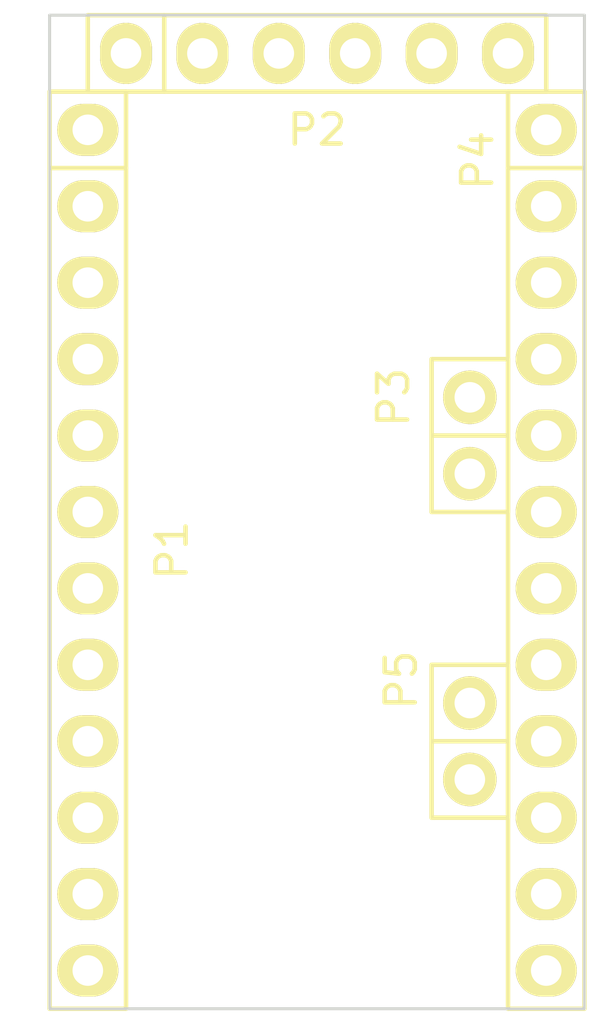
<source format=kicad_pcb>
(kicad_pcb (version 20210126) (generator pcbnew)
  (title_block (date "sam. 04 avril 2015"))
  (layers (0 "F.Cu" signal) (31 "B.Cu" signal) (34 "B.Paste" user) (35 "F.Paste" user) (36 "B.SilkS" user "B.Silkscreen") (37 "F.SilkS" user "F.Silkscreen") (38 "B.Mask" user) (39 "F.Mask" user) (44 "Edge.Cuts" user))
  (net 0 "")
  (net 1 "/1(Tx)")
  (net 2 "/0(Rx)")
  (net 3 "/Reset")
  (net 4 "GND")
  (net 5 "/2")
  (net 6 "/3(**)")
  (net 7 "/4")
  (net 8 "/5(**)")
  (net 9 "/6(**)")
  (net 10 "/7")
  (net 11 "/8")
  (net 12 "/9(**)")
  (net 13 "/DTR")
  (net 14 "VCC")
  (net 15 "/A5")
  (net 16 "/A4")
  (net 17 "/RAW")
  (net 18 "/A3")
  (net 19 "/A2")
  (net 20 "/A1")
  (net 21 "/A0")
  (net 22 "/13(SCK)")
  (net 23 "/12(MISO)")
  (net 24 "/11(**/MOSI)")
  (net 25 "/10(**/SS)")
  (net 26 "/A7")
  (net 27 "/A6")
  (footprint "Socket_Arduino_Pro_Mini:Socket_Strip_Arduino_1x12" (layer "F.Cu") (at 138.43 85.09 -90)
    (fp_text reference "P1" (at 13.97 -2.794 -90) (layer "F.SilkS"))
    (fp_text value "Digital")
    (fp_line (start 29.21 1.27) (end 29.21 -1.27) (layer "F.SilkS") (width 0.15))
    (fp_line (start -1.27 -1.27) (end -1.27 1.27) (layer "F.SilkS") (width 0.15))
    (fp_line (start 1.27 1.27) (end 29.21 1.27) (layer "F.SilkS") (width 0.15))
    (fp_line (start -1.27 1.27) (end 1.27 1.27) (layer "F.SilkS") (width 0.15))
    (fp_line (start 29.21 -1.27) (end 1.27 -1.27) (layer "F.SilkS") (width 0.15))
    (fp_line (start 1.27 -1.27) (end -1.27 -1.27) (layer "F.SilkS") (width 0.15))
    (fp_line (start 1.27 1.27) (end 1.27 -1.27) (layer "F.SilkS") (width 0.15))
    (pad "1" thru_hole oval (at 0 0 270) (size 1.7272 2.032) (drill 1.016) (layers *.Cu *.Mask "F.SilkS") (net 1 "/1(Tx)"))
    (pad "2" thru_hole oval (at 2.54 0 270) (size 1.7272 2.032) (drill 1.016) (layers *.Cu *.Mask "F.SilkS") (net 2 "/0(Rx)"))
    (pad "3" thru_hole oval (at 5.08 0 270) (size 1.7272 2.032) (drill 1.016) (layers *.Cu *.Mask "F.SilkS") (net 3 "/Reset"))
    (pad "4" thru_hole oval (at 7.62 0 270) (size 1.7272 2.032) (drill 1.016) (layers *.Cu *.Mask "F.SilkS") (net 4 "GND"))
    (pad "5" thru_hole oval (at 10.16 0 270) (size 1.7272 2.032) (drill 1.016) (layers *.Cu *.Mask "F.SilkS") (net 5 "/2"))
    (pad "6" thru_hole oval (at 12.7 0 270) (size 1.7272 2.032) (drill 1.016) (layers *.Cu *.Mask "F.SilkS") (net 6 "/3(**)"))
    (pad "7" thru_hole oval (at 15.24 0 270) (size 1.7272 2.032) (drill 1.016) (layers *.Cu *.Mask "F.SilkS") (net 7 "/4"))
    (pad "8" thru_hole oval (at 17.78 0 270) (size 1.7272 2.032) (drill 1.016) (layers *.Cu *.Mask "F.SilkS") (net 8 "/5(**)"))
    (pad "9" thru_hole oval (at 20.32 0 270) (size 1.7272 2.032) (drill 1.016) (layers *.Cu *.Mask "F.SilkS") (net 9 "/6(**)"))
    (pad "10" thru_hole oval (at 22.86 0 270) (size 1.7272 2.032) (drill 1.016) (layers *.Cu *.Mask "F.SilkS") (net 10 "/7"))
    (pad "11" thru_hole oval (at 25.4 0 270) (size 1.7272 2.032) (drill 1.016) (layers *.Cu *.Mask "F.SilkS") (net 11 "/8"))
    (pad "12" thru_hole oval (at 27.94 0 270) (size 1.7272 2.032) (drill 1.016) (layers *.Cu *.Mask "F.SilkS") (net 12 "/9(**)"))
  )
  (footprint "Socket_Arduino_Pro_Mini:Socket_Strip_Arduino_1x06" (layer "F.Cu") (at 139.7 82.55)
    (fp_text reference "P2" (at 6.35 2.54) (layer "F.SilkS"))
    (fp_text value "COM")
    (fp_line (start 1.27 1.27) (end 13.97 1.27) (layer "F.SilkS") (width 0.15))
    (fp_line (start -1.27 -1.27) (end -1.27 1.27) (layer "F.SilkS") (width 0.15))
    (fp_line (start 1.27 -1.27) (end -1.27 -1.27) (layer "F.SilkS") (width 0.15))
    (fp_line (start 1.27 1.27) (end 1.27 -1.27) (layer "F.SilkS") (width 0.15))
    (fp_line (start 13.97 -1.27) (end 1.27 -1.27) (layer "F.SilkS") (width 0.15))
    (fp_line (start 13.97 1.27) (end 13.97 -1.27) (layer "F.SilkS") (width 0.15))
    (fp_line (start -1.27 1.27) (end 1.27 1.27) (layer "F.SilkS") (width 0.15))
    (pad "1" thru_hole oval (at 0 0) (size 1.7272 2.032) (drill 1.016) (layers *.Cu *.Mask "F.SilkS") (net 13 "/DTR"))
    (pad "2" thru_hole oval (at 2.54 0) (size 1.7272 2.032) (drill 1.016) (layers *.Cu *.Mask "F.SilkS") (net 1 "/1(Tx)"))
    (pad "3" thru_hole oval (at 5.08 0) (size 1.7272 2.032) (drill 1.016) (layers *.Cu *.Mask "F.SilkS") (net 2 "/0(Rx)"))
    (pad "4" thru_hole oval (at 7.62 0) (size 1.7272 2.032) (drill 1.016) (layers *.Cu *.Mask "F.SilkS") (net 14 "VCC"))
    (pad "5" thru_hole oval (at 10.16 0) (size 1.7272 2.032) (drill 1.016) (layers *.Cu *.Mask "F.SilkS") (net 4 "GND"))
    (pad "6" thru_hole oval (at 12.7 0) (size 1.7272 2.032) (drill 1.016) (layers *.Cu *.Mask "F.SilkS") (net 4 "GND"))
  )
  (footprint "Socket_Arduino_Pro_Mini:Socket_Strip_Arduino_1x02" (layer "F.Cu") (at 151.13 93.98 -90)
    (fp_text reference "P3" (at 0 2.54 -90) (layer "F.SilkS"))
    (fp_text value "ADC")
    (fp_line (start 3.81 1.27) (end 1.27 1.27) (layer "F.SilkS") (width 0.15))
    (fp_line (start 1.27 -1.27) (end 3.81 -1.27) (layer "F.SilkS") (width 0.15))
    (fp_line (start 3.81 -1.27) (end 3.81 1.27) (layer "F.SilkS") (width 0.15))
    (fp_line (start 1.27 -1.27) (end -1.27 -1.27) (layer "F.SilkS") (width 0.15))
    (fp_line (start -1.27 -1.27) (end -1.27 1.27) (layer "F.SilkS") (width 0.15))
    (fp_line (start 1.27 1.27) (end 1.27 -1.27) (layer "F.SilkS") (width 0.15))
    (fp_line (start -1.27 1.27) (end 1.27 1.27) (layer "F.SilkS") (width 0.15))
    (pad "1" thru_hole circle (at 0 0 270) (size 1.778 1.778) (drill 1.016) (layers *.Cu *.Mask "F.SilkS") (net 15 "/A5"))
    (pad "2" thru_hole circle (at 2.54 0 270) (size 1.778 1.778) (drill 1.016) (layers *.Cu *.Mask "F.SilkS") (net 16 "/A4"))
  )
  (footprint "Socket_Arduino_Pro_Mini:Socket_Strip_Arduino_1x12" (layer "F.Cu") (at 153.67 85.09 -90)
    (fp_text reference "P4" (at 1.016 2.286 -90) (layer "F.SilkS"))
    (fp_text value "Analog")
    (fp_line (start -1.27 -1.27) (end -1.27 1.27) (layer "F.SilkS") (width 0.15))
    (fp_line (start 1.27 1.27) (end 1.27 -1.27) (layer "F.SilkS") (width 0.15))
    (fp_line (start 1.27 -1.27) (end -1.27 -1.27) (layer "F.SilkS") (width 0.15))
    (fp_line (start 29.21 1.27) (end 29.21 -1.27) (layer "F.SilkS") (width 0.15))
    (fp_line (start -1.27 1.27) (end 1.27 1.27) (layer "F.SilkS") (width 0.15))
    (fp_line (start 29.21 -1.27) (end 1.27 -1.27) (layer "F.SilkS") (width 0.15))
    (fp_line (start 1.27 1.27) (end 29.21 1.27) (layer "F.SilkS") (width 0.15))
    (pad "1" thru_hole oval (at 0 0 270) (size 1.7272 2.032) (drill 1.016) (layers *.Cu *.Mask "F.SilkS") (net 17 "/RAW"))
    (pad "2" thru_hole oval (at 2.54 0 270) (size 1.7272 2.032) (drill 1.016) (layers *.Cu *.Mask "F.SilkS") (net 4 "GND"))
    (pad "3" thru_hole oval (at 5.08 0 270) (size 1.7272 2.032) (drill 1.016) (layers *.Cu *.Mask "F.SilkS") (net 3 "/Reset"))
    (pad "4" thru_hole oval (at 7.62 0 270) (size 1.7272 2.032) (drill 1.016) (layers *.Cu *.Mask "F.SilkS") (net 14 "VCC"))
    (pad "5" thru_hole oval (at 10.16 0 270) (size 1.7272 2.032) (drill 1.016) (layers *.Cu *.Mask "F.SilkS") (net 18 "/A3"))
    (pad "6" thru_hole oval (at 12.7 0 270) (size 1.7272 2.032) (drill 1.016) (layers *.Cu *.Mask "F.SilkS") (net 19 "/A2"))
    (pad "7" thru_hole oval (at 15.24 0 270) (size 1.7272 2.032) (drill 1.016) (layers *.Cu *.Mask "F.SilkS") (net 20 "/A1"))
    (pad "8" thru_hole oval (at 17.78 0 270) (size 1.7272 2.032) (drill 1.016) (layers *.Cu *.Mask "F.SilkS") (net 21 "/A0"))
    (pad "9" thru_hole oval (at 20.32 0 270) (size 1.7272 2.032) (drill 1.016) (layers *.Cu *.Mask "F.SilkS") (net 22 "/13(SCK)"))
    (pad "10" thru_hole oval (at 22.86 0 270) (size 1.7272 2.032) (drill 1.016) (layers *.Cu *.Mask "F.SilkS") (net 23 "/12(MISO)"))
    (pad "11" thru_hole oval (at 25.4 0 270) (size 1.7272 2.032) (drill 1.016) (layers *.Cu *.Mask "F.SilkS") (net 24 "/11(**/MOSI)"))
    (pad "12" thru_hole oval (at 27.94 0 270) (size 1.7272 2.032) (drill 1.016) (layers *.Cu *.Mask "F.SilkS") (net 25 "/10(**/SS)"))
  )
  (footprint "Socket_Arduino_Pro_Mini:Socket_Strip_Arduino_1x02" (layer "F.Cu") (at 151.13 104.14 -90)
    (fp_text reference "P5" (at -0.762 2.286 -90) (layer "F.SilkS"))
    (fp_text value "ADC")
    (fp_line (start 1.27 1.27) (end 1.27 -1.27) (layer "F.SilkS") (width 0.15))
    (fp_line (start 1.27 -1.27) (end 3.81 -1.27) (layer "F.SilkS") (width 0.15))
    (fp_line (start -1.27 1.27) (end 1.27 1.27) (layer "F.SilkS") (width 0.15))
    (fp_line (start 1.27 -1.27) (end -1.27 -1.27) (layer "F.SilkS") (width 0.15))
    (fp_line (start 3.81 1.27) (end 1.27 1.27) (layer "F.SilkS") (width 0.15))
    (fp_line (start 3.81 -1.27) (end 3.81 1.27) (layer "F.SilkS") (width 0.15))
    (fp_line (start -1.27 -1.27) (end -1.27 1.27) (layer "F.SilkS") (width 0.15))
    (pad "1" thru_hole circle (at 0 0 270) (size 1.778 1.778) (drill 1.016) (layers *.Cu *.Mask "F.SilkS") (net 26 "/A7"))
    (pad "2" thru_hole circle (at 2.54 0 270) (size 1.778 1.778) (drill 1.016) (layers *.Cu *.Mask "F.SilkS") (net 27 "/A6"))
  )
  (gr_line (start 137.16 81.28) (end 154.94 81.28) (angle 90) (layer "Edge.Cuts") (width 0.1))
  (gr_line (start 154.94 114.3) (end 137.16 114.3) (angle 90) (layer "Edge.Cuts") (width 0.1))
  (gr_line (start 137.16 114.3) (end 137.16 81.28) (angle 90) (layer "Edge.Cuts") (width 0.1))
  (gr_line (start 154.94 81.28) (end 154.94 114.3) (angle 90) (layer "Edge.Cuts") (width 0.1))
)
</source>
